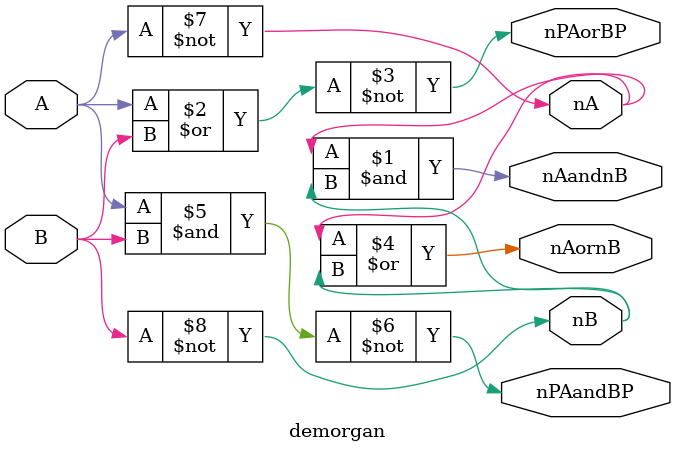
<source format=v>
module demorgan
(
  input  A,          // Single bit inputs
  input  B,
  output nA,         // Output intermediate complemented inputs
  output nB,

  output nAandnB,     	// Single bit output, (~A)*(~B)
  output nPAorBP,		// Single bit output, ~(A+B)

  output nAornB, 	 	// Single bit output, (~A)+(~B)
  output nPAandBP	 	// Single bit output, ~(A*B)
);

  wire nA;
  wire nB;
  not Ainv(nA, A);  
  not Binv(nB, B);

  and andgate(nAandnB, nA, nB); 	// AND gate produces nAandnB from nA and nB
  nor norgate(nPAorBP, A, B);

  or orgate(nAornB, nA, nB);		// OR gate produces nAornB from nA and nB
  nand nandgate(nPAandBP, A, B);


endmodule
</source>
